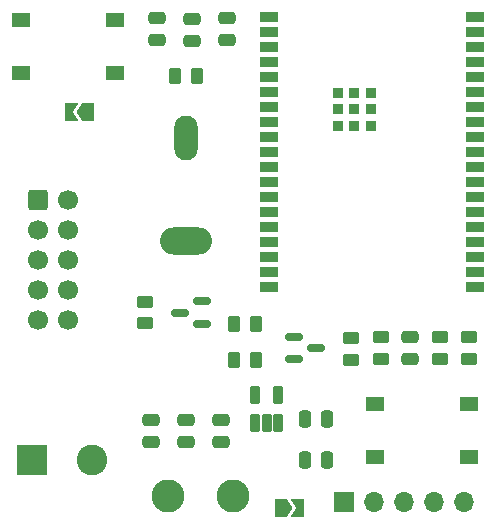
<source format=gts>
%TF.GenerationSoftware,KiCad,Pcbnew,8.0.1*%
%TF.CreationDate,2024-04-07T23:26:14-05:00*%
%TF.ProjectId,ece445_headset,65636534-3435-45f6-9865-61647365742e,rev?*%
%TF.SameCoordinates,Original*%
%TF.FileFunction,Soldermask,Top*%
%TF.FilePolarity,Negative*%
%FSLAX46Y46*%
G04 Gerber Fmt 4.6, Leading zero omitted, Abs format (unit mm)*
G04 Created by KiCad (PCBNEW 8.0.1) date 2024-04-07 23:26:14*
%MOMM*%
%LPD*%
G01*
G04 APERTURE LIST*
G04 Aperture macros list*
%AMRoundRect*
0 Rectangle with rounded corners*
0 $1 Rounding radius*
0 $2 $3 $4 $5 $6 $7 $8 $9 X,Y pos of 4 corners*
0 Add a 4 corners polygon primitive as box body*
4,1,4,$2,$3,$4,$5,$6,$7,$8,$9,$2,$3,0*
0 Add four circle primitives for the rounded corners*
1,1,$1+$1,$2,$3*
1,1,$1+$1,$4,$5*
1,1,$1+$1,$6,$7*
1,1,$1+$1,$8,$9*
0 Add four rect primitives between the rounded corners*
20,1,$1+$1,$2,$3,$4,$5,0*
20,1,$1+$1,$4,$5,$6,$7,0*
20,1,$1+$1,$6,$7,$8,$9,0*
20,1,$1+$1,$8,$9,$2,$3,0*%
%AMFreePoly0*
4,1,6,1.000000,0.000000,0.500000,-0.750000,-0.500000,-0.750000,-0.500000,0.750000,0.500000,0.750000,1.000000,0.000000,1.000000,0.000000,$1*%
%AMFreePoly1*
4,1,6,0.500000,-0.750000,-0.650000,-0.750000,-0.150000,0.000000,-0.650000,0.750000,0.500000,0.750000,0.500000,-0.750000,0.500000,-0.750000,$1*%
G04 Aperture macros list end*
%ADD10RoundRect,0.250000X0.475000X-0.250000X0.475000X0.250000X-0.475000X0.250000X-0.475000X-0.250000X0*%
%ADD11R,2.600000X2.600000*%
%ADD12C,2.600000*%
%ADD13RoundRect,0.250000X-0.475000X0.250000X-0.475000X-0.250000X0.475000X-0.250000X0.475000X0.250000X0*%
%ADD14RoundRect,0.250000X-0.450000X0.262500X-0.450000X-0.262500X0.450000X-0.262500X0.450000X0.262500X0*%
%ADD15RoundRect,0.250000X0.262500X0.450000X-0.262500X0.450000X-0.262500X-0.450000X0.262500X-0.450000X0*%
%ADD16RoundRect,0.250000X0.250000X0.475000X-0.250000X0.475000X-0.250000X-0.475000X0.250000X-0.475000X0*%
%ADD17RoundRect,0.250000X-0.262500X-0.450000X0.262500X-0.450000X0.262500X0.450000X-0.262500X0.450000X0*%
%ADD18RoundRect,0.250000X0.450000X-0.262500X0.450000X0.262500X-0.450000X0.262500X-0.450000X-0.262500X0*%
%ADD19RoundRect,0.250000X-0.600000X-0.600000X0.600000X-0.600000X0.600000X0.600000X-0.600000X0.600000X0*%
%ADD20C,1.700000*%
%ADD21RoundRect,0.080400X-0.321600X-0.696600X0.321600X-0.696600X0.321600X0.696600X-0.321600X0.696600X0*%
%ADD22FreePoly0,180.000000*%
%ADD23FreePoly1,180.000000*%
%ADD24R,1.550000X1.300000*%
%ADD25O,4.404000X2.304000*%
%ADD26O,2.004000X3.804000*%
%ADD27R,1.498600X0.889000*%
%ADD28R,0.889000X0.889000*%
%ADD29C,2.800000*%
%ADD30RoundRect,0.150000X0.587500X0.150000X-0.587500X0.150000X-0.587500X-0.150000X0.587500X-0.150000X0*%
%ADD31R,1.700000X1.700000*%
%ADD32O,1.700000X1.700000*%
%ADD33RoundRect,0.150000X-0.587500X-0.150000X0.587500X-0.150000X0.587500X0.150000X-0.587500X0.150000X0*%
%ADD34FreePoly0,0.000000*%
%ADD35FreePoly1,0.000000*%
G04 APERTURE END LIST*
D10*
%TO.C,C4*%
X145000000Y-46450000D03*
X145000000Y-44550000D03*
%TD*%
D11*
%TO.C,J3*%
X134420000Y-82000000D03*
D12*
X139500000Y-82000000D03*
%TD*%
D13*
%TO.C,C5*%
X166500000Y-71550000D03*
X166500000Y-73450000D03*
%TD*%
D10*
%TO.C,C6*%
X151000000Y-46450000D03*
X151000000Y-44550000D03*
%TD*%
D14*
%TO.C,R3*%
X171500000Y-71587500D03*
X171500000Y-73412500D03*
%TD*%
D15*
%TO.C,R1*%
X153412500Y-73500000D03*
X151587500Y-73500000D03*
%TD*%
D14*
%TO.C,R4*%
X169000000Y-71587500D03*
X169000000Y-73412500D03*
%TD*%
D16*
%TO.C,C9*%
X159450000Y-82000000D03*
X157550000Y-82000000D03*
%TD*%
D17*
%TO.C,R2*%
X151587500Y-70500000D03*
X153412500Y-70500000D03*
%TD*%
D18*
%TO.C,R8*%
X164000000Y-73412500D03*
X164000000Y-71587500D03*
%TD*%
D19*
%TO.C,J4*%
X134960000Y-60000000D03*
D20*
X137500000Y-60000000D03*
X134960000Y-62540000D03*
X137500000Y-62540000D03*
X134960000Y-65080000D03*
X137500000Y-65080000D03*
X134960000Y-67620000D03*
X137500000Y-67620000D03*
X134960000Y-70160000D03*
X137500000Y-70160000D03*
%TD*%
D21*
%TO.C,U1*%
X153378392Y-78843216D03*
X154328392Y-78843216D03*
X155278392Y-78843216D03*
X155278392Y-76473216D03*
X153378392Y-76473216D03*
%TD*%
D22*
%TO.C,JP1*%
X139225000Y-52500000D03*
D23*
X137775000Y-52500000D03*
%TD*%
D15*
%TO.C,R7*%
X148412500Y-49500000D03*
X146587500Y-49500000D03*
%TD*%
D10*
%TO.C,C7*%
X148000000Y-46500000D03*
X148000000Y-44600000D03*
%TD*%
D13*
%TO.C,C2*%
X147500000Y-78550000D03*
X147500000Y-80450000D03*
%TD*%
D24*
%TO.C,SW2*%
X163525000Y-77250000D03*
X171475000Y-77250000D03*
X163525000Y-81750000D03*
X171475000Y-81750000D03*
%TD*%
D13*
%TO.C,C3*%
X150500000Y-78550000D03*
X150500000Y-80450000D03*
%TD*%
D24*
%TO.C,SW1*%
X133525000Y-44750000D03*
X141475000Y-44750000D03*
X133525000Y-49250000D03*
X141475000Y-49250000D03*
%TD*%
D25*
%TO.C,J1*%
X147500000Y-63400000D03*
D26*
X147500000Y-54700000D03*
%TD*%
D27*
%TO.C,U2*%
X154500000Y-44500000D03*
X154500000Y-45770000D03*
X154500000Y-47040000D03*
X154500000Y-48310000D03*
X154500000Y-49580000D03*
X154500000Y-50850000D03*
X154500000Y-52120000D03*
X154500000Y-53390000D03*
X154500000Y-54660000D03*
X154500000Y-55930000D03*
X154500000Y-57200000D03*
X154500000Y-58470000D03*
X154500000Y-59740000D03*
X154500000Y-61010000D03*
X154500000Y-62280000D03*
X154500000Y-63550000D03*
X154500000Y-64820000D03*
X154500000Y-66090000D03*
X154500000Y-67360000D03*
X172000600Y-67360000D03*
X172000600Y-66090000D03*
X172000600Y-64820000D03*
X172000600Y-63550000D03*
X172000600Y-62280000D03*
X172000600Y-61010000D03*
X172000600Y-59740000D03*
X172000600Y-58470000D03*
X172000600Y-57200000D03*
X172000600Y-55930000D03*
X172000600Y-54660000D03*
X172000600Y-53390000D03*
X172000600Y-52120000D03*
X172000600Y-50850000D03*
X172000600Y-49580000D03*
X172000600Y-48310000D03*
X172000600Y-47040000D03*
X172000600Y-45770000D03*
X172000600Y-44500000D03*
D28*
X160347080Y-50898260D03*
X161746620Y-50898260D03*
X163146160Y-50898260D03*
X160347080Y-52297800D03*
X161746620Y-52297800D03*
X163146160Y-52297800D03*
X160347080Y-53697340D03*
X161746620Y-53697340D03*
X163146160Y-53697340D03*
%TD*%
D16*
%TO.C,C8*%
X159450000Y-78500000D03*
X157550000Y-78500000D03*
%TD*%
D29*
%TO.C,TP1*%
X151500000Y-85000000D03*
%TD*%
D30*
%TO.C,Q1*%
X148875000Y-70450000D03*
X148875000Y-68550000D03*
X147000000Y-69500000D03*
%TD*%
D18*
%TO.C,R6*%
X161500000Y-73500000D03*
X161500000Y-71675000D03*
%TD*%
D31*
%TO.C,J2*%
X160840000Y-85500000D03*
D32*
X163380000Y-85500000D03*
X165920000Y-85500000D03*
X168460000Y-85500000D03*
X171000000Y-85500000D03*
%TD*%
D14*
%TO.C,R5*%
X144000000Y-68587500D03*
X144000000Y-70412500D03*
%TD*%
D33*
%TO.C,Q2*%
X156625000Y-71550000D03*
X156625000Y-73450000D03*
X158500000Y-72500000D03*
%TD*%
D13*
%TO.C,C1*%
X144500000Y-78550000D03*
X144500000Y-80450000D03*
%TD*%
D34*
%TO.C,JP2*%
X155550000Y-86000000D03*
D35*
X157000000Y-86000000D03*
%TD*%
D29*
%TO.C,TP2*%
X146000000Y-85000000D03*
%TD*%
M02*

</source>
